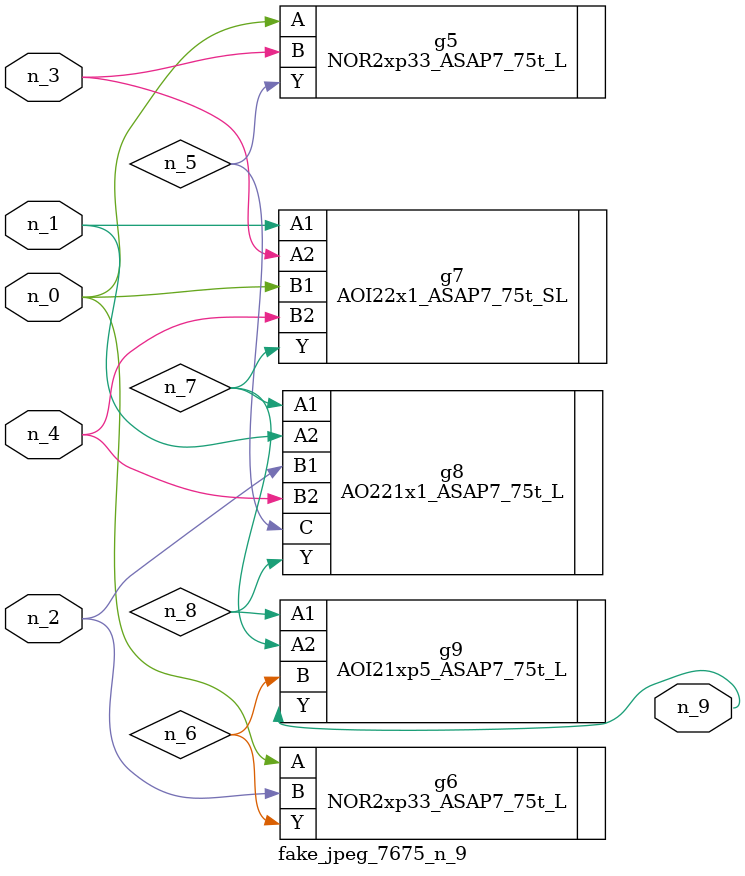
<source format=v>
module fake_jpeg_7675_n_9 (n_3, n_2, n_1, n_0, n_4, n_9);

input n_3;
input n_2;
input n_1;
input n_0;
input n_4;

output n_9;

wire n_8;
wire n_6;
wire n_5;
wire n_7;

NOR2xp33_ASAP7_75t_L g5 ( 
.A(n_0),
.B(n_3),
.Y(n_5)
);

NOR2xp33_ASAP7_75t_L g6 ( 
.A(n_0),
.B(n_2),
.Y(n_6)
);

AOI22x1_ASAP7_75t_SL g7 ( 
.A1(n_1),
.A2(n_3),
.B1(n_0),
.B2(n_4),
.Y(n_7)
);

AO221x1_ASAP7_75t_L g8 ( 
.A1(n_7),
.A2(n_1),
.B1(n_2),
.B2(n_4),
.C(n_5),
.Y(n_8)
);

AOI21xp5_ASAP7_75t_L g9 ( 
.A1(n_8),
.A2(n_7),
.B(n_6),
.Y(n_9)
);


endmodule
</source>
